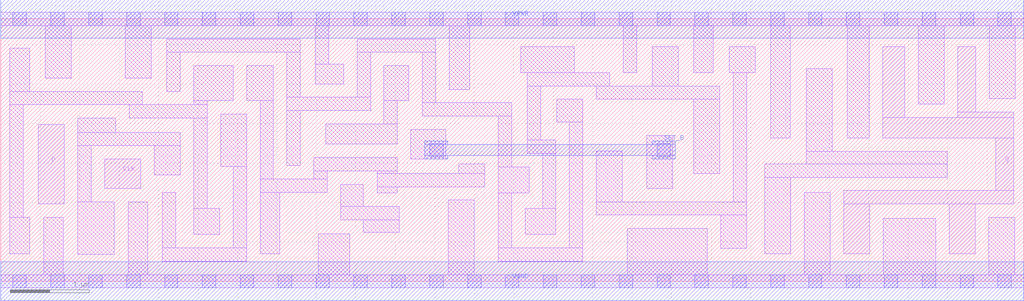
<source format=lef>
# Copyright 2020 The SkyWater PDK Authors
#
# Licensed under the Apache License, Version 2.0 (the "License");
# you may not use this file except in compliance with the License.
# You may obtain a copy of the License at
#
#     https://www.apache.org/licenses/LICENSE-2.0
#
# Unless required by applicable law or agreed to in writing, software
# distributed under the License is distributed on an "AS IS" BASIS,
# WITHOUT WARRANTIES OR CONDITIONS OF ANY KIND, either express or implied.
# See the License for the specific language governing permissions and
# limitations under the License.
#
# SPDX-License-Identifier: Apache-2.0

VERSION 5.5 ;
NAMESCASESENSITIVE ON ;
BUSBITCHARS "[]" ;
DIVIDERCHAR "/" ;
MACRO sky130_fd_sc_ls__dfstp_4
  CLASS CORE ;
  SOURCE USER ;
  ORIGIN  0.000000  0.000000 ;
  SIZE  12.96000 BY  3.330000 ;
  SYMMETRY X Y ;
  SITE unit ;
  PIN D
    ANTENNAGATEAREA  0.126000 ;
    DIRECTION INPUT ;
    USE SIGNAL ;
    PORT
      LAYER li1 ;
        RECT 0.475000 0.980000 0.805000 1.990000 ;
    END
  END D
  PIN Q
    ANTENNADIFFAREA  1.119700 ;
    DIRECTION OUTPUT ;
    USE SIGNAL ;
    PORT
      LAYER li1 ;
        RECT 10.680000 0.350000 11.010000 0.980000 ;
        RECT 10.680000 0.980000 12.835000 1.150000 ;
        RECT 11.175000 1.820000 12.835000 2.080000 ;
        RECT 11.175000 2.080000 11.455000 2.980000 ;
        RECT 12.015000 0.350000 12.345000 0.980000 ;
        RECT 12.125000 2.080000 12.835000 2.150000 ;
        RECT 12.125000 2.150000 12.355000 2.980000 ;
        RECT 12.605000 1.150000 12.835000 1.820000 ;
    END
  END Q
  PIN SET_B
    ANTENNAPARTIALMETALSIDEAREA  2.205000 ;
    DIRECTION INPUT ;
    USE SIGNAL ;
    PORT
      LAYER met1 ;
        RECT 5.375000 1.550000 5.665000 1.595000 ;
        RECT 5.375000 1.595000 8.545000 1.735000 ;
        RECT 5.375000 1.735000 5.665000 1.780000 ;
        RECT 8.255000 1.550000 8.545000 1.595000 ;
        RECT 8.255000 1.735000 8.545000 1.780000 ;
    END
  END SET_B
  PIN CLK
    ANTENNAGATEAREA  0.279000 ;
    DIRECTION INPUT ;
    USE CLOCK ;
    PORT
      LAYER li1 ;
        RECT 1.315000 1.180000 1.775000 1.550000 ;
    END
  END CLK
  PIN VGND
    DIRECTION INOUT ;
    SHAPE ABUTMENT ;
    USE GROUND ;
    PORT
      LAYER met1 ;
        RECT 0.000000 -0.245000 12.960000 0.245000 ;
    END
  END VGND
  PIN VPWR
    DIRECTION INOUT ;
    SHAPE ABUTMENT ;
    USE POWER ;
    PORT
      LAYER met1 ;
        RECT 0.000000 3.085000 12.960000 3.575000 ;
    END
  END VPWR
  OBS
    LAYER li1 ;
      RECT  0.000000 -0.085000 12.960000 0.085000 ;
      RECT  0.000000  3.245000 12.960000 3.415000 ;
      RECT  0.115000  0.350000  0.365000 0.810000 ;
      RECT  0.115000  0.810000  0.285000 2.240000 ;
      RECT  0.115000  2.240000  1.795000 2.410000 ;
      RECT  0.115000  2.410000  0.365000 2.960000 ;
      RECT  0.545000  0.085000  0.795000 0.810000 ;
      RECT  0.565000  2.580000  0.895000 3.245000 ;
      RECT  0.975000  0.340000  1.435000 1.010000 ;
      RECT  0.975000  1.010000  1.145000 1.720000 ;
      RECT  0.975000  1.720000  2.275000 1.890000 ;
      RECT  0.975000  1.890000  1.455000 2.070000 ;
      RECT  1.575000  2.580000  1.905000 3.245000 ;
      RECT  1.615000  0.085000  1.865000 1.010000 ;
      RECT  1.625000  2.070000  2.615000 2.240000 ;
      RECT  1.945000  1.350000  2.275000 1.720000 ;
      RECT  2.045000  0.255000  3.115000 0.425000 ;
      RECT  2.045000  0.425000  2.215000 1.130000 ;
      RECT  2.105000  2.410000  2.275000 2.905000 ;
      RECT  2.105000  2.905000  3.795000 3.075000 ;
      RECT  2.445000  0.595000  2.775000 0.925000 ;
      RECT  2.445000  0.925000  2.615000 2.070000 ;
      RECT  2.445000  2.240000  2.615000 2.295000 ;
      RECT  2.445000  2.295000  2.945000 2.735000 ;
      RECT  2.785000  1.455000  3.115000 2.125000 ;
      RECT  2.945000  0.425000  3.115000 1.455000 ;
      RECT  3.115000  2.295000  3.455000 2.735000 ;
      RECT  3.285000  0.350000  3.535000 1.130000 ;
      RECT  3.285000  1.130000  4.135000 1.300000 ;
      RECT  3.285000  1.300000  3.455000 2.295000 ;
      RECT  3.625000  1.470000  3.795000 2.165000 ;
      RECT  3.625000  2.165000  4.685000 2.335000 ;
      RECT  3.625000  2.335000  3.795000 2.905000 ;
      RECT  3.965000  1.300000  4.135000 1.400000 ;
      RECT  3.965000  1.400000  5.025000 1.570000 ;
      RECT  3.985000  2.505000  4.345000 2.755000 ;
      RECT  3.985000  2.755000  4.155000 3.245000 ;
      RECT  4.025000  0.085000  4.420000 0.600000 ;
      RECT  4.115000  1.740000  5.025000 1.995000 ;
      RECT  4.305000  0.780000  5.050000 0.950000 ;
      RECT  4.305000  0.950000  4.590000 1.230000 ;
      RECT  4.515000  2.335000  4.685000 2.905000 ;
      RECT  4.515000  2.905000  5.510000 3.075000 ;
      RECT  4.590000  0.620000  5.050000 0.780000 ;
      RECT  4.770000  1.120000  5.025000 1.200000 ;
      RECT  4.770000  1.200000  6.135000 1.370000 ;
      RECT  4.770000  1.370000  5.025000 1.400000 ;
      RECT  4.855000  1.995000  5.025000 2.295000 ;
      RECT  4.855000  2.295000  5.170000 2.735000 ;
      RECT  5.195000  1.550000  5.635000 1.925000 ;
      RECT  5.340000  2.095000  6.475000 2.265000 ;
      RECT  5.340000  2.265000  5.510000 2.905000 ;
      RECT  5.670000  0.085000  6.000000 1.030000 ;
      RECT  5.680000  2.435000  5.940000 3.245000 ;
      RECT  5.805000  1.370000  6.135000 1.490000 ;
      RECT  6.305000  0.255000  7.375000 0.425000 ;
      RECT  6.305000  0.425000  6.475000 1.120000 ;
      RECT  6.305000  1.120000  6.695000 1.450000 ;
      RECT  6.305000  1.450000  6.475000 2.095000 ;
      RECT  6.590000  2.650000  7.265000 2.980000 ;
      RECT  6.645000  0.595000  7.035000 0.925000 ;
      RECT  6.670000  1.620000  7.035000 1.790000 ;
      RECT  6.670000  1.790000  6.840000 2.480000 ;
      RECT  6.670000  2.480000  7.715000 2.650000 ;
      RECT  6.865000  0.925000  7.035000 1.620000 ;
      RECT  7.045000  2.020000  7.375000 2.310000 ;
      RECT  7.205000  0.425000  7.375000 2.020000 ;
      RECT  7.545000  0.840000  9.450000 1.010000 ;
      RECT  7.545000  1.010000  7.875000 1.655000 ;
      RECT  7.545000  2.310000  9.110000 2.480000 ;
      RECT  7.885000  2.650000  8.055000 3.245000 ;
      RECT  7.935000  0.085000  8.950000 0.670000 ;
      RECT  8.185000  1.180000  8.515000 1.850000 ;
      RECT  8.255000  2.480000  8.585000 2.980000 ;
      RECT  8.780000  1.370000  9.110000 2.310000 ;
      RECT  8.780000  2.650000  9.030000 3.245000 ;
      RECT  9.120000  0.420000  9.450000 0.840000 ;
      RECT  9.230000  2.650000  9.560000 2.980000 ;
      RECT  9.280000  1.010000  9.450000 2.650000 ;
      RECT  9.680000  0.350000 10.010000 1.320000 ;
      RECT  9.680000  1.320000 11.995000 1.490000 ;
      RECT  9.755000  1.820000 10.005000 3.245000 ;
      RECT 10.180000  0.085000 10.510000 1.130000 ;
      RECT 10.205000  1.490000 11.995000 1.650000 ;
      RECT 10.205000  1.650000 10.535000 2.700000 ;
      RECT 10.725000  1.820000 11.005000 3.245000 ;
      RECT 11.180000  0.085000 11.845000 0.800000 ;
      RECT 11.625000  2.250000 11.955000 3.245000 ;
      RECT 12.515000  0.085000 12.845000 0.810000 ;
      RECT 12.525000  2.320000 12.855000 3.245000 ;
    LAYER mcon ;
      RECT  0.155000 -0.085000  0.325000 0.085000 ;
      RECT  0.155000  3.245000  0.325000 3.415000 ;
      RECT  0.635000 -0.085000  0.805000 0.085000 ;
      RECT  0.635000  3.245000  0.805000 3.415000 ;
      RECT  1.115000 -0.085000  1.285000 0.085000 ;
      RECT  1.115000  3.245000  1.285000 3.415000 ;
      RECT  1.595000 -0.085000  1.765000 0.085000 ;
      RECT  1.595000  3.245000  1.765000 3.415000 ;
      RECT  2.075000 -0.085000  2.245000 0.085000 ;
      RECT  2.075000  3.245000  2.245000 3.415000 ;
      RECT  2.555000 -0.085000  2.725000 0.085000 ;
      RECT  2.555000  3.245000  2.725000 3.415000 ;
      RECT  3.035000 -0.085000  3.205000 0.085000 ;
      RECT  3.035000  3.245000  3.205000 3.415000 ;
      RECT  3.515000 -0.085000  3.685000 0.085000 ;
      RECT  3.515000  3.245000  3.685000 3.415000 ;
      RECT  3.995000 -0.085000  4.165000 0.085000 ;
      RECT  3.995000  3.245000  4.165000 3.415000 ;
      RECT  4.475000 -0.085000  4.645000 0.085000 ;
      RECT  4.475000  3.245000  4.645000 3.415000 ;
      RECT  4.955000 -0.085000  5.125000 0.085000 ;
      RECT  4.955000  3.245000  5.125000 3.415000 ;
      RECT  5.435000 -0.085000  5.605000 0.085000 ;
      RECT  5.435000  1.580000  5.605000 1.750000 ;
      RECT  5.435000  3.245000  5.605000 3.415000 ;
      RECT  5.915000 -0.085000  6.085000 0.085000 ;
      RECT  5.915000  3.245000  6.085000 3.415000 ;
      RECT  6.395000 -0.085000  6.565000 0.085000 ;
      RECT  6.395000  3.245000  6.565000 3.415000 ;
      RECT  6.875000 -0.085000  7.045000 0.085000 ;
      RECT  6.875000  3.245000  7.045000 3.415000 ;
      RECT  7.355000 -0.085000  7.525000 0.085000 ;
      RECT  7.355000  3.245000  7.525000 3.415000 ;
      RECT  7.835000 -0.085000  8.005000 0.085000 ;
      RECT  7.835000  3.245000  8.005000 3.415000 ;
      RECT  8.315000 -0.085000  8.485000 0.085000 ;
      RECT  8.315000  1.580000  8.485000 1.750000 ;
      RECT  8.315000  3.245000  8.485000 3.415000 ;
      RECT  8.795000 -0.085000  8.965000 0.085000 ;
      RECT  8.795000  3.245000  8.965000 3.415000 ;
      RECT  9.275000 -0.085000  9.445000 0.085000 ;
      RECT  9.275000  3.245000  9.445000 3.415000 ;
      RECT  9.755000 -0.085000  9.925000 0.085000 ;
      RECT  9.755000  3.245000  9.925000 3.415000 ;
      RECT 10.235000 -0.085000 10.405000 0.085000 ;
      RECT 10.235000  3.245000 10.405000 3.415000 ;
      RECT 10.715000 -0.085000 10.885000 0.085000 ;
      RECT 10.715000  3.245000 10.885000 3.415000 ;
      RECT 11.195000 -0.085000 11.365000 0.085000 ;
      RECT 11.195000  3.245000 11.365000 3.415000 ;
      RECT 11.675000 -0.085000 11.845000 0.085000 ;
      RECT 11.675000  3.245000 11.845000 3.415000 ;
      RECT 12.155000 -0.085000 12.325000 0.085000 ;
      RECT 12.155000  3.245000 12.325000 3.415000 ;
      RECT 12.635000 -0.085000 12.805000 0.085000 ;
      RECT 12.635000  3.245000 12.805000 3.415000 ;
  END
END sky130_fd_sc_ls__dfstp_4
END LIBRARY

</source>
